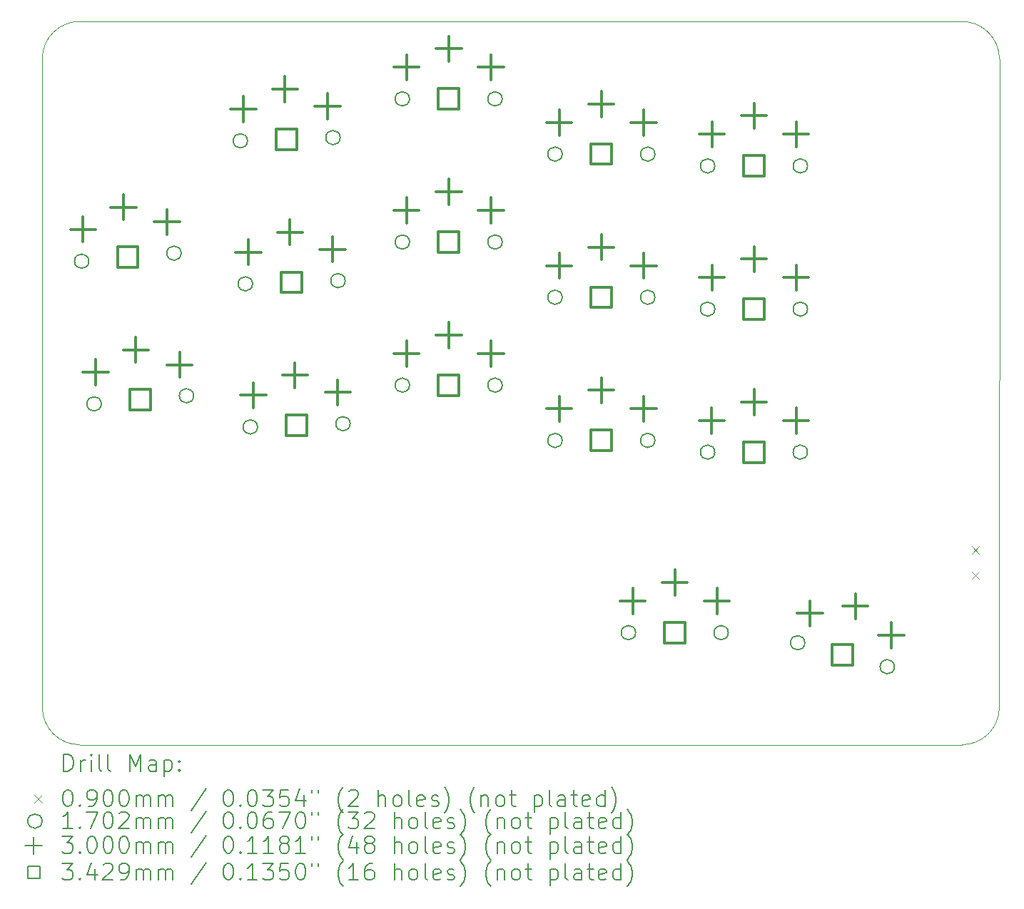
<source format=gbr>
%FSLAX45Y45*%
G04 Gerber Fmt 4.5, Leading zero omitted, Abs format (unit mm)*
G04 Created by KiCad (PCBNEW (6.0.4)) date 2022-06-21 15:17:07*
%MOMM*%
%LPD*%
G01*
G04 APERTURE LIST*
%TA.AperFunction,Profile*%
%ADD10C,0.050000*%
%TD*%
%ADD11C,0.200000*%
%ADD12C,0.090000*%
%ADD13C,0.170180*%
%ADD14C,0.300000*%
%ADD15C,0.342900*%
G04 APERTURE END LIST*
D10*
X16182990Y4098911D02*
X16183350Y11799746D01*
X5271986Y12244533D02*
G75*
G03*
X4827486Y11800032I0J-444500D01*
G01*
X4827486Y11800032D02*
X4827850Y4098746D01*
X15738850Y12244246D02*
X5271986Y12244532D01*
X5272350Y3654246D02*
X15738490Y3654411D01*
X15738490Y3654420D02*
G75*
G03*
X16182990Y4098911I10J444490D01*
G01*
X16183346Y11799746D02*
G75*
G03*
X15738850Y12244246I-444496J4D01*
G01*
X4827846Y4098746D02*
G75*
G03*
X5272350Y3654246I444504J4D01*
G01*
D11*
D12*
X15855400Y6011600D02*
X15945400Y5921600D01*
X15945400Y6011600D02*
X15855400Y5921600D01*
X15855400Y5711600D02*
X15945400Y5621600D01*
X15945400Y5711600D02*
X15855400Y5621600D01*
D13*
X5379176Y9396400D02*
G75*
G03*
X5379176Y9396400I-85090J0D01*
G01*
X5527341Y7702869D02*
G75*
G03*
X5527341Y7702869I-85090J0D01*
G01*
X6474990Y9492271D02*
G75*
G03*
X6474990Y9492271I-85090J0D01*
G01*
X6623155Y7798740D02*
G75*
G03*
X6623155Y7798740I-85090J0D01*
G01*
X7262417Y10826650D02*
G75*
G03*
X7262417Y10826650I-85090J0D01*
G01*
X7321747Y9127686D02*
G75*
G03*
X7321747Y9127686I-85090J0D01*
G01*
X7381076Y7428721D02*
G75*
G03*
X7381076Y7428721I-85090J0D01*
G01*
X8361747Y10865039D02*
G75*
G03*
X8361747Y10865039I-85090J0D01*
G01*
X8421077Y9166075D02*
G75*
G03*
X8421077Y9166075I-85090J0D01*
G01*
X8480406Y7467111D02*
G75*
G03*
X8480406Y7467111I-85090J0D01*
G01*
X9184672Y9624699D02*
G75*
G03*
X9184672Y9624699I-85090J0D01*
G01*
X9184672Y7924699D02*
G75*
G03*
X9184672Y7924699I-85090J0D01*
G01*
X9184672Y11324699D02*
G75*
G03*
X9184672Y11324699I-85090J0D01*
G01*
X10284672Y9624699D02*
G75*
G03*
X10284672Y9624699I-85090J0D01*
G01*
X10284672Y7924699D02*
G75*
G03*
X10284672Y7924699I-85090J0D01*
G01*
X10284672Y11324699D02*
G75*
G03*
X10284672Y11324699I-85090J0D01*
G01*
X10996199Y10668602D02*
G75*
G03*
X10996199Y10668602I-85090J0D01*
G01*
X10996199Y8968602D02*
G75*
G03*
X10996199Y8968602I-85090J0D01*
G01*
X10996199Y7268602D02*
G75*
G03*
X10996199Y7268602I-85090J0D01*
G01*
X11867107Y4985455D02*
G75*
G03*
X11867107Y4985455I-85090J0D01*
G01*
X12096199Y10668602D02*
G75*
G03*
X12096199Y10668602I-85090J0D01*
G01*
X12096199Y8968602D02*
G75*
G03*
X12096199Y8968602I-85090J0D01*
G01*
X12096199Y7268602D02*
G75*
G03*
X12096199Y7268602I-85090J0D01*
G01*
X12805987Y7129268D02*
G75*
G03*
X12805987Y7129268I-85090J0D01*
G01*
X12806918Y10527885D02*
G75*
G03*
X12806918Y10527885I-85090J0D01*
G01*
X12806918Y8827885D02*
G75*
G03*
X12806918Y8827885I-85090J0D01*
G01*
X12967107Y4985455D02*
G75*
G03*
X12967107Y4985455I-85090J0D01*
G01*
X13875178Y4865906D02*
G75*
G03*
X13875178Y4865906I-85090J0D01*
G01*
X13905987Y7129268D02*
G75*
G03*
X13905987Y7129268I-85090J0D01*
G01*
X13906918Y10527885D02*
G75*
G03*
X13906918Y10527885I-85090J0D01*
G01*
X13906918Y8827885D02*
G75*
G03*
X13906918Y8827885I-85090J0D01*
G01*
X14937696Y4581205D02*
G75*
G03*
X14937696Y4581205I-85090J0D01*
G01*
D14*
X5311213Y9924331D02*
X5311213Y9624331D01*
X5161213Y9774331D02*
X5461213Y9774331D01*
X5459377Y8230799D02*
X5459377Y7930799D01*
X5309377Y8080799D02*
X5609377Y8080799D01*
X5790135Y10187071D02*
X5790135Y9887071D01*
X5640135Y10037071D02*
X5940135Y10037071D01*
X5938300Y8493540D02*
X5938300Y8193540D01*
X5788300Y8343540D02*
X6088300Y8343540D01*
X6307407Y10011486D02*
X6307407Y9711486D01*
X6157407Y9861486D02*
X6457407Y9861486D01*
X6455572Y8317955D02*
X6455572Y8017955D01*
X6305572Y8167955D02*
X6605572Y8167955D01*
X7214210Y11353166D02*
X7214210Y11053166D01*
X7064210Y11203166D02*
X7364210Y11203166D01*
X7273539Y9654202D02*
X7273539Y9354202D01*
X7123539Y9504202D02*
X7423539Y9504202D01*
X7332868Y7955238D02*
X7332868Y7655238D01*
X7182868Y7805238D02*
X7482868Y7805238D01*
X7706227Y11590482D02*
X7706227Y11290482D01*
X7556227Y11440482D02*
X7856227Y11440482D01*
X7765556Y9891518D02*
X7765556Y9591518D01*
X7615556Y9741518D02*
X7915556Y9741518D01*
X7824886Y8192553D02*
X7824886Y7892553D01*
X7674886Y8042553D02*
X7974886Y8042553D01*
X8213601Y11388066D02*
X8213601Y11088066D01*
X8063601Y11238066D02*
X8363601Y11238066D01*
X8272930Y9689102D02*
X8272930Y9389102D01*
X8122930Y9539102D02*
X8422930Y9539102D01*
X8332259Y7990137D02*
X8332259Y7690137D01*
X8182259Y7840137D02*
X8482259Y7840137D01*
X9149582Y10149699D02*
X9149582Y9849699D01*
X8999582Y9999699D02*
X9299582Y9999699D01*
X9149582Y8449699D02*
X9149582Y8149699D01*
X8999582Y8299699D02*
X9299582Y8299699D01*
X9149582Y11849699D02*
X9149582Y11549699D01*
X8999582Y11699699D02*
X9299582Y11699699D01*
X9649582Y10369699D02*
X9649582Y10069699D01*
X9499582Y10219699D02*
X9799582Y10219699D01*
X9649582Y8669699D02*
X9649582Y8369699D01*
X9499582Y8519699D02*
X9799582Y8519699D01*
X9649582Y12069699D02*
X9649582Y11769699D01*
X9499582Y11919699D02*
X9799582Y11919699D01*
X10149582Y10149699D02*
X10149582Y9849699D01*
X9999582Y9999699D02*
X10299582Y9999699D01*
X10149582Y8449699D02*
X10149582Y8149699D01*
X9999582Y8299699D02*
X10299582Y8299699D01*
X10149582Y11849699D02*
X10149582Y11549699D01*
X9999582Y11699699D02*
X10299582Y11699699D01*
X10961109Y11193602D02*
X10961109Y10893602D01*
X10811109Y11043602D02*
X11111109Y11043602D01*
X10961109Y9493602D02*
X10961109Y9193602D01*
X10811109Y9343602D02*
X11111109Y9343602D01*
X10961109Y7793602D02*
X10961109Y7493602D01*
X10811109Y7643602D02*
X11111109Y7643602D01*
X11461109Y11413602D02*
X11461109Y11113602D01*
X11311109Y11263602D02*
X11611109Y11263602D01*
X11461109Y9713602D02*
X11461109Y9413602D01*
X11311109Y9563602D02*
X11611109Y9563602D01*
X11461109Y8013602D02*
X11461109Y7713602D01*
X11311109Y7863602D02*
X11611109Y7863602D01*
X11832017Y5510455D02*
X11832017Y5210455D01*
X11682017Y5360455D02*
X11982017Y5360455D01*
X11961109Y11193602D02*
X11961109Y10893602D01*
X11811109Y11043602D02*
X12111109Y11043602D01*
X11961109Y9493602D02*
X11961109Y9193602D01*
X11811109Y9343602D02*
X12111109Y9343602D01*
X11961109Y7793602D02*
X11961109Y7493602D01*
X11811109Y7643602D02*
X12111109Y7643602D01*
X12332017Y5730455D02*
X12332017Y5430455D01*
X12182017Y5580455D02*
X12482017Y5580455D01*
X12770897Y7654268D02*
X12770897Y7354268D01*
X12620897Y7504268D02*
X12920897Y7504268D01*
X12771828Y11052885D02*
X12771828Y10752885D01*
X12621828Y10902885D02*
X12921828Y10902885D01*
X12771828Y9352885D02*
X12771828Y9052885D01*
X12621828Y9202885D02*
X12921828Y9202885D01*
X12832017Y5510455D02*
X12832017Y5210455D01*
X12682017Y5360455D02*
X12982017Y5360455D01*
X13270897Y7874268D02*
X13270897Y7574268D01*
X13120897Y7724268D02*
X13420897Y7724268D01*
X13271828Y11272885D02*
X13271828Y10972885D01*
X13121828Y11122885D02*
X13421828Y11122885D01*
X13271828Y9572885D02*
X13271828Y9272885D01*
X13121828Y9422885D02*
X13421828Y9422885D01*
X13770897Y7654268D02*
X13770897Y7354268D01*
X13620897Y7504268D02*
X13920897Y7504268D01*
X13771828Y11052885D02*
X13771828Y10752885D01*
X13621828Y10902885D02*
X13921828Y10902885D01*
X13771828Y9352885D02*
X13771828Y9052885D01*
X13621828Y9202885D02*
X13921828Y9202885D01*
X13935441Y5365187D02*
X13935441Y5065187D01*
X13785441Y5215187D02*
X14085441Y5215187D01*
X14475344Y5448281D02*
X14475344Y5148281D01*
X14325344Y5298281D02*
X14625344Y5298281D01*
X14901367Y5106368D02*
X14901367Y4806368D01*
X14751367Y4956368D02*
X15051367Y4956368D01*
D15*
X5963228Y9323101D02*
X5963228Y9565570D01*
X5720759Y9565570D01*
X5720759Y9323101D01*
X5963228Y9323101D01*
X6111392Y7629570D02*
X6111392Y7872039D01*
X5868923Y7872039D01*
X5868923Y7629570D01*
X6111392Y7629570D01*
X7848227Y10724610D02*
X7848227Y10967079D01*
X7605758Y10967079D01*
X7605758Y10724610D01*
X7848227Y10724610D01*
X7907556Y9025646D02*
X7907556Y9268115D01*
X7665087Y9268115D01*
X7665087Y9025646D01*
X7907556Y9025646D01*
X7966885Y7326681D02*
X7966885Y7569150D01*
X7724416Y7569150D01*
X7724416Y7326681D01*
X7966885Y7326681D01*
X9770816Y9503464D02*
X9770816Y9745934D01*
X9528347Y9745934D01*
X9528347Y9503464D01*
X9770816Y9503464D01*
X9770816Y7803464D02*
X9770816Y8045933D01*
X9528347Y8045933D01*
X9528347Y7803464D01*
X9770816Y7803464D01*
X9770816Y11203464D02*
X9770816Y11445933D01*
X9528347Y11445933D01*
X9528347Y11203464D01*
X9770816Y11203464D01*
X11582343Y10547367D02*
X11582343Y10789836D01*
X11339874Y10789836D01*
X11339874Y10547367D01*
X11582343Y10547367D01*
X11582343Y8847367D02*
X11582343Y9089836D01*
X11339874Y9089836D01*
X11339874Y8847367D01*
X11582343Y8847367D01*
X11582343Y7147367D02*
X11582343Y7389836D01*
X11339874Y7389836D01*
X11339874Y7147367D01*
X11582343Y7147367D01*
X12453252Y4864221D02*
X12453252Y5106690D01*
X12210783Y5106690D01*
X12210783Y4864221D01*
X12453252Y4864221D01*
X13392131Y7008034D02*
X13392131Y7250503D01*
X13149662Y7250503D01*
X13149662Y7008034D01*
X13392131Y7008034D01*
X13393063Y10406651D02*
X13393063Y10649120D01*
X13150593Y10649120D01*
X13150593Y10406651D01*
X13393063Y10406651D01*
X13393063Y8706651D02*
X13393063Y8949120D01*
X13150593Y8949120D01*
X13150593Y8706651D01*
X13393063Y8706651D01*
X14442581Y4602321D02*
X14442581Y4844790D01*
X14200112Y4844790D01*
X14200112Y4602321D01*
X14442581Y4602321D01*
D11*
X5082605Y3341270D02*
X5082605Y3541270D01*
X5130224Y3541270D01*
X5158796Y3531746D01*
X5177843Y3512698D01*
X5187367Y3493651D01*
X5196891Y3455555D01*
X5196891Y3426984D01*
X5187367Y3388889D01*
X5177843Y3369841D01*
X5158796Y3350794D01*
X5130224Y3341270D01*
X5082605Y3341270D01*
X5282605Y3341270D02*
X5282605Y3474603D01*
X5282605Y3436508D02*
X5292129Y3455555D01*
X5301653Y3465079D01*
X5320700Y3474603D01*
X5339748Y3474603D01*
X5406415Y3341270D02*
X5406415Y3474603D01*
X5406415Y3541270D02*
X5396891Y3531746D01*
X5406415Y3522222D01*
X5415939Y3531746D01*
X5406415Y3541270D01*
X5406415Y3522222D01*
X5530224Y3341270D02*
X5511177Y3350794D01*
X5501653Y3369841D01*
X5501653Y3541270D01*
X5634986Y3341270D02*
X5615938Y3350794D01*
X5606415Y3369841D01*
X5606415Y3541270D01*
X5863558Y3341270D02*
X5863558Y3541270D01*
X5930224Y3398413D01*
X5996891Y3541270D01*
X5996891Y3341270D01*
X6177843Y3341270D02*
X6177843Y3446032D01*
X6168319Y3465079D01*
X6149272Y3474603D01*
X6111177Y3474603D01*
X6092129Y3465079D01*
X6177843Y3350794D02*
X6158796Y3341270D01*
X6111177Y3341270D01*
X6092129Y3350794D01*
X6082605Y3369841D01*
X6082605Y3388889D01*
X6092129Y3407936D01*
X6111177Y3417460D01*
X6158796Y3417460D01*
X6177843Y3426984D01*
X6273081Y3474603D02*
X6273081Y3274603D01*
X6273081Y3465079D02*
X6292129Y3474603D01*
X6330224Y3474603D01*
X6349272Y3465079D01*
X6358796Y3455555D01*
X6368319Y3436508D01*
X6368319Y3379365D01*
X6358796Y3360317D01*
X6349272Y3350794D01*
X6330224Y3341270D01*
X6292129Y3341270D01*
X6273081Y3350794D01*
X6454034Y3360317D02*
X6463558Y3350794D01*
X6454034Y3341270D01*
X6444510Y3350794D01*
X6454034Y3360317D01*
X6454034Y3341270D01*
X6454034Y3465079D02*
X6463558Y3455555D01*
X6454034Y3446032D01*
X6444510Y3455555D01*
X6454034Y3465079D01*
X6454034Y3446032D01*
D12*
X4734986Y3056746D02*
X4824986Y2966746D01*
X4824986Y3056746D02*
X4734986Y2966746D01*
D11*
X5120700Y3121270D02*
X5139748Y3121270D01*
X5158796Y3111746D01*
X5168320Y3102222D01*
X5177843Y3083174D01*
X5187367Y3045079D01*
X5187367Y2997460D01*
X5177843Y2959365D01*
X5168320Y2940317D01*
X5158796Y2930794D01*
X5139748Y2921270D01*
X5120700Y2921270D01*
X5101653Y2930794D01*
X5092129Y2940317D01*
X5082605Y2959365D01*
X5073081Y2997460D01*
X5073081Y3045079D01*
X5082605Y3083174D01*
X5092129Y3102222D01*
X5101653Y3111746D01*
X5120700Y3121270D01*
X5273081Y2940317D02*
X5282605Y2930794D01*
X5273081Y2921270D01*
X5263558Y2930794D01*
X5273081Y2940317D01*
X5273081Y2921270D01*
X5377843Y2921270D02*
X5415939Y2921270D01*
X5434986Y2930794D01*
X5444510Y2940317D01*
X5463558Y2968889D01*
X5473081Y3006984D01*
X5473081Y3083174D01*
X5463558Y3102222D01*
X5454034Y3111746D01*
X5434986Y3121270D01*
X5396891Y3121270D01*
X5377843Y3111746D01*
X5368320Y3102222D01*
X5358796Y3083174D01*
X5358796Y3035555D01*
X5368320Y3016508D01*
X5377843Y3006984D01*
X5396891Y2997460D01*
X5434986Y2997460D01*
X5454034Y3006984D01*
X5463558Y3016508D01*
X5473081Y3035555D01*
X5596891Y3121270D02*
X5615938Y3121270D01*
X5634986Y3111746D01*
X5644510Y3102222D01*
X5654034Y3083174D01*
X5663558Y3045079D01*
X5663558Y2997460D01*
X5654034Y2959365D01*
X5644510Y2940317D01*
X5634986Y2930794D01*
X5615938Y2921270D01*
X5596891Y2921270D01*
X5577843Y2930794D01*
X5568320Y2940317D01*
X5558796Y2959365D01*
X5549272Y2997460D01*
X5549272Y3045079D01*
X5558796Y3083174D01*
X5568320Y3102222D01*
X5577843Y3111746D01*
X5596891Y3121270D01*
X5787367Y3121270D02*
X5806415Y3121270D01*
X5825462Y3111746D01*
X5834986Y3102222D01*
X5844510Y3083174D01*
X5854034Y3045079D01*
X5854034Y2997460D01*
X5844510Y2959365D01*
X5834986Y2940317D01*
X5825462Y2930794D01*
X5806415Y2921270D01*
X5787367Y2921270D01*
X5768319Y2930794D01*
X5758796Y2940317D01*
X5749272Y2959365D01*
X5739748Y2997460D01*
X5739748Y3045079D01*
X5749272Y3083174D01*
X5758796Y3102222D01*
X5768319Y3111746D01*
X5787367Y3121270D01*
X5939748Y2921270D02*
X5939748Y3054603D01*
X5939748Y3035555D02*
X5949272Y3045079D01*
X5968319Y3054603D01*
X5996891Y3054603D01*
X6015938Y3045079D01*
X6025462Y3026032D01*
X6025462Y2921270D01*
X6025462Y3026032D02*
X6034986Y3045079D01*
X6054034Y3054603D01*
X6082605Y3054603D01*
X6101653Y3045079D01*
X6111177Y3026032D01*
X6111177Y2921270D01*
X6206415Y2921270D02*
X6206415Y3054603D01*
X6206415Y3035555D02*
X6215938Y3045079D01*
X6234986Y3054603D01*
X6263558Y3054603D01*
X6282605Y3045079D01*
X6292129Y3026032D01*
X6292129Y2921270D01*
X6292129Y3026032D02*
X6301653Y3045079D01*
X6320700Y3054603D01*
X6349272Y3054603D01*
X6368319Y3045079D01*
X6377843Y3026032D01*
X6377843Y2921270D01*
X6768319Y3130794D02*
X6596891Y2873651D01*
X7025462Y3121270D02*
X7044510Y3121270D01*
X7063558Y3111746D01*
X7073081Y3102222D01*
X7082605Y3083174D01*
X7092129Y3045079D01*
X7092129Y2997460D01*
X7082605Y2959365D01*
X7073081Y2940317D01*
X7063558Y2930794D01*
X7044510Y2921270D01*
X7025462Y2921270D01*
X7006415Y2930794D01*
X6996891Y2940317D01*
X6987367Y2959365D01*
X6977843Y2997460D01*
X6977843Y3045079D01*
X6987367Y3083174D01*
X6996891Y3102222D01*
X7006415Y3111746D01*
X7025462Y3121270D01*
X7177843Y2940317D02*
X7187367Y2930794D01*
X7177843Y2921270D01*
X7168319Y2930794D01*
X7177843Y2940317D01*
X7177843Y2921270D01*
X7311177Y3121270D02*
X7330224Y3121270D01*
X7349272Y3111746D01*
X7358796Y3102222D01*
X7368319Y3083174D01*
X7377843Y3045079D01*
X7377843Y2997460D01*
X7368319Y2959365D01*
X7358796Y2940317D01*
X7349272Y2930794D01*
X7330224Y2921270D01*
X7311177Y2921270D01*
X7292129Y2930794D01*
X7282605Y2940317D01*
X7273081Y2959365D01*
X7263558Y2997460D01*
X7263558Y3045079D01*
X7273081Y3083174D01*
X7282605Y3102222D01*
X7292129Y3111746D01*
X7311177Y3121270D01*
X7444510Y3121270D02*
X7568319Y3121270D01*
X7501653Y3045079D01*
X7530224Y3045079D01*
X7549272Y3035555D01*
X7558796Y3026032D01*
X7568319Y3006984D01*
X7568319Y2959365D01*
X7558796Y2940317D01*
X7549272Y2930794D01*
X7530224Y2921270D01*
X7473081Y2921270D01*
X7454034Y2930794D01*
X7444510Y2940317D01*
X7749272Y3121270D02*
X7654034Y3121270D01*
X7644510Y3026032D01*
X7654034Y3035555D01*
X7673081Y3045079D01*
X7720700Y3045079D01*
X7739748Y3035555D01*
X7749272Y3026032D01*
X7758796Y3006984D01*
X7758796Y2959365D01*
X7749272Y2940317D01*
X7739748Y2930794D01*
X7720700Y2921270D01*
X7673081Y2921270D01*
X7654034Y2930794D01*
X7644510Y2940317D01*
X7930224Y3054603D02*
X7930224Y2921270D01*
X7882605Y3130794D02*
X7834986Y2987936D01*
X7958796Y2987936D01*
X8025462Y3121270D02*
X8025462Y3083174D01*
X8101653Y3121270D02*
X8101653Y3083174D01*
X8396891Y2845079D02*
X8387367Y2854603D01*
X8368319Y2883174D01*
X8358796Y2902222D01*
X8349272Y2930794D01*
X8339748Y2978413D01*
X8339748Y3016508D01*
X8349272Y3064127D01*
X8358796Y3092698D01*
X8368319Y3111746D01*
X8387367Y3140317D01*
X8396891Y3149841D01*
X8463558Y3102222D02*
X8473081Y3111746D01*
X8492129Y3121270D01*
X8539748Y3121270D01*
X8558796Y3111746D01*
X8568320Y3102222D01*
X8577843Y3083174D01*
X8577843Y3064127D01*
X8568320Y3035555D01*
X8454034Y2921270D01*
X8577843Y2921270D01*
X8815939Y2921270D02*
X8815939Y3121270D01*
X8901653Y2921270D02*
X8901653Y3026032D01*
X8892129Y3045079D01*
X8873081Y3054603D01*
X8844510Y3054603D01*
X8825462Y3045079D01*
X8815939Y3035555D01*
X9025462Y2921270D02*
X9006415Y2930794D01*
X8996891Y2940317D01*
X8987367Y2959365D01*
X8987367Y3016508D01*
X8996891Y3035555D01*
X9006415Y3045079D01*
X9025462Y3054603D01*
X9054034Y3054603D01*
X9073081Y3045079D01*
X9082605Y3035555D01*
X9092129Y3016508D01*
X9092129Y2959365D01*
X9082605Y2940317D01*
X9073081Y2930794D01*
X9054034Y2921270D01*
X9025462Y2921270D01*
X9206415Y2921270D02*
X9187367Y2930794D01*
X9177843Y2949841D01*
X9177843Y3121270D01*
X9358796Y2930794D02*
X9339748Y2921270D01*
X9301653Y2921270D01*
X9282605Y2930794D01*
X9273081Y2949841D01*
X9273081Y3026032D01*
X9282605Y3045079D01*
X9301653Y3054603D01*
X9339748Y3054603D01*
X9358796Y3045079D01*
X9368320Y3026032D01*
X9368320Y3006984D01*
X9273081Y2987936D01*
X9444510Y2930794D02*
X9463558Y2921270D01*
X9501653Y2921270D01*
X9520700Y2930794D01*
X9530224Y2949841D01*
X9530224Y2959365D01*
X9520700Y2978413D01*
X9501653Y2987936D01*
X9473081Y2987936D01*
X9454034Y2997460D01*
X9444510Y3016508D01*
X9444510Y3026032D01*
X9454034Y3045079D01*
X9473081Y3054603D01*
X9501653Y3054603D01*
X9520700Y3045079D01*
X9596891Y2845079D02*
X9606415Y2854603D01*
X9625462Y2883174D01*
X9634986Y2902222D01*
X9644510Y2930794D01*
X9654034Y2978413D01*
X9654034Y3016508D01*
X9644510Y3064127D01*
X9634986Y3092698D01*
X9625462Y3111746D01*
X9606415Y3140317D01*
X9596891Y3149841D01*
X9958796Y2845079D02*
X9949272Y2854603D01*
X9930224Y2883174D01*
X9920700Y2902222D01*
X9911177Y2930794D01*
X9901653Y2978413D01*
X9901653Y3016508D01*
X9911177Y3064127D01*
X9920700Y3092698D01*
X9930224Y3111746D01*
X9949272Y3140317D01*
X9958796Y3149841D01*
X10034986Y3054603D02*
X10034986Y2921270D01*
X10034986Y3035555D02*
X10044510Y3045079D01*
X10063558Y3054603D01*
X10092129Y3054603D01*
X10111177Y3045079D01*
X10120700Y3026032D01*
X10120700Y2921270D01*
X10244510Y2921270D02*
X10225462Y2930794D01*
X10215939Y2940317D01*
X10206415Y2959365D01*
X10206415Y3016508D01*
X10215939Y3035555D01*
X10225462Y3045079D01*
X10244510Y3054603D01*
X10273081Y3054603D01*
X10292129Y3045079D01*
X10301653Y3035555D01*
X10311177Y3016508D01*
X10311177Y2959365D01*
X10301653Y2940317D01*
X10292129Y2930794D01*
X10273081Y2921270D01*
X10244510Y2921270D01*
X10368320Y3054603D02*
X10444510Y3054603D01*
X10396891Y3121270D02*
X10396891Y2949841D01*
X10406415Y2930794D01*
X10425462Y2921270D01*
X10444510Y2921270D01*
X10663558Y3054603D02*
X10663558Y2854603D01*
X10663558Y3045079D02*
X10682605Y3054603D01*
X10720700Y3054603D01*
X10739748Y3045079D01*
X10749272Y3035555D01*
X10758796Y3016508D01*
X10758796Y2959365D01*
X10749272Y2940317D01*
X10739748Y2930794D01*
X10720700Y2921270D01*
X10682605Y2921270D01*
X10663558Y2930794D01*
X10873081Y2921270D02*
X10854034Y2930794D01*
X10844510Y2949841D01*
X10844510Y3121270D01*
X11034986Y2921270D02*
X11034986Y3026032D01*
X11025462Y3045079D01*
X11006415Y3054603D01*
X10968320Y3054603D01*
X10949272Y3045079D01*
X11034986Y2930794D02*
X11015939Y2921270D01*
X10968320Y2921270D01*
X10949272Y2930794D01*
X10939748Y2949841D01*
X10939748Y2968889D01*
X10949272Y2987936D01*
X10968320Y2997460D01*
X11015939Y2997460D01*
X11034986Y3006984D01*
X11101653Y3054603D02*
X11177843Y3054603D01*
X11130224Y3121270D02*
X11130224Y2949841D01*
X11139748Y2930794D01*
X11158796Y2921270D01*
X11177843Y2921270D01*
X11320700Y2930794D02*
X11301653Y2921270D01*
X11263558Y2921270D01*
X11244510Y2930794D01*
X11234986Y2949841D01*
X11234986Y3026032D01*
X11244510Y3045079D01*
X11263558Y3054603D01*
X11301653Y3054603D01*
X11320700Y3045079D01*
X11330224Y3026032D01*
X11330224Y3006984D01*
X11234986Y2987936D01*
X11501653Y2921270D02*
X11501653Y3121270D01*
X11501653Y2930794D02*
X11482605Y2921270D01*
X11444510Y2921270D01*
X11425462Y2930794D01*
X11415938Y2940317D01*
X11406415Y2959365D01*
X11406415Y3016508D01*
X11415938Y3035555D01*
X11425462Y3045079D01*
X11444510Y3054603D01*
X11482605Y3054603D01*
X11501653Y3045079D01*
X11577843Y2845079D02*
X11587367Y2854603D01*
X11606415Y2883174D01*
X11615938Y2902222D01*
X11625462Y2930794D01*
X11634986Y2978413D01*
X11634986Y3016508D01*
X11625462Y3064127D01*
X11615938Y3092698D01*
X11606415Y3111746D01*
X11587367Y3140317D01*
X11577843Y3149841D01*
D13*
X4824986Y2747746D02*
G75*
G03*
X4824986Y2747746I-85090J0D01*
G01*
D11*
X5187367Y2657270D02*
X5073081Y2657270D01*
X5130224Y2657270D02*
X5130224Y2857270D01*
X5111177Y2828698D01*
X5092129Y2809651D01*
X5073081Y2800127D01*
X5273081Y2676317D02*
X5282605Y2666794D01*
X5273081Y2657270D01*
X5263558Y2666794D01*
X5273081Y2676317D01*
X5273081Y2657270D01*
X5349272Y2857270D02*
X5482605Y2857270D01*
X5396891Y2657270D01*
X5596891Y2857270D02*
X5615938Y2857270D01*
X5634986Y2847746D01*
X5644510Y2838222D01*
X5654034Y2819174D01*
X5663558Y2781079D01*
X5663558Y2733460D01*
X5654034Y2695365D01*
X5644510Y2676317D01*
X5634986Y2666794D01*
X5615938Y2657270D01*
X5596891Y2657270D01*
X5577843Y2666794D01*
X5568320Y2676317D01*
X5558796Y2695365D01*
X5549272Y2733460D01*
X5549272Y2781079D01*
X5558796Y2819174D01*
X5568320Y2838222D01*
X5577843Y2847746D01*
X5596891Y2857270D01*
X5739748Y2838222D02*
X5749272Y2847746D01*
X5768319Y2857270D01*
X5815938Y2857270D01*
X5834986Y2847746D01*
X5844510Y2838222D01*
X5854034Y2819174D01*
X5854034Y2800127D01*
X5844510Y2771556D01*
X5730224Y2657270D01*
X5854034Y2657270D01*
X5939748Y2657270D02*
X5939748Y2790603D01*
X5939748Y2771556D02*
X5949272Y2781079D01*
X5968319Y2790603D01*
X5996891Y2790603D01*
X6015938Y2781079D01*
X6025462Y2762032D01*
X6025462Y2657270D01*
X6025462Y2762032D02*
X6034986Y2781079D01*
X6054034Y2790603D01*
X6082605Y2790603D01*
X6101653Y2781079D01*
X6111177Y2762032D01*
X6111177Y2657270D01*
X6206415Y2657270D02*
X6206415Y2790603D01*
X6206415Y2771556D02*
X6215938Y2781079D01*
X6234986Y2790603D01*
X6263558Y2790603D01*
X6282605Y2781079D01*
X6292129Y2762032D01*
X6292129Y2657270D01*
X6292129Y2762032D02*
X6301653Y2781079D01*
X6320700Y2790603D01*
X6349272Y2790603D01*
X6368319Y2781079D01*
X6377843Y2762032D01*
X6377843Y2657270D01*
X6768319Y2866794D02*
X6596891Y2609651D01*
X7025462Y2857270D02*
X7044510Y2857270D01*
X7063558Y2847746D01*
X7073081Y2838222D01*
X7082605Y2819174D01*
X7092129Y2781079D01*
X7092129Y2733460D01*
X7082605Y2695365D01*
X7073081Y2676317D01*
X7063558Y2666794D01*
X7044510Y2657270D01*
X7025462Y2657270D01*
X7006415Y2666794D01*
X6996891Y2676317D01*
X6987367Y2695365D01*
X6977843Y2733460D01*
X6977843Y2781079D01*
X6987367Y2819174D01*
X6996891Y2838222D01*
X7006415Y2847746D01*
X7025462Y2857270D01*
X7177843Y2676317D02*
X7187367Y2666794D01*
X7177843Y2657270D01*
X7168319Y2666794D01*
X7177843Y2676317D01*
X7177843Y2657270D01*
X7311177Y2857270D02*
X7330224Y2857270D01*
X7349272Y2847746D01*
X7358796Y2838222D01*
X7368319Y2819174D01*
X7377843Y2781079D01*
X7377843Y2733460D01*
X7368319Y2695365D01*
X7358796Y2676317D01*
X7349272Y2666794D01*
X7330224Y2657270D01*
X7311177Y2657270D01*
X7292129Y2666794D01*
X7282605Y2676317D01*
X7273081Y2695365D01*
X7263558Y2733460D01*
X7263558Y2781079D01*
X7273081Y2819174D01*
X7282605Y2838222D01*
X7292129Y2847746D01*
X7311177Y2857270D01*
X7549272Y2857270D02*
X7511177Y2857270D01*
X7492129Y2847746D01*
X7482605Y2838222D01*
X7463558Y2809651D01*
X7454034Y2771556D01*
X7454034Y2695365D01*
X7463558Y2676317D01*
X7473081Y2666794D01*
X7492129Y2657270D01*
X7530224Y2657270D01*
X7549272Y2666794D01*
X7558796Y2676317D01*
X7568319Y2695365D01*
X7568319Y2742984D01*
X7558796Y2762032D01*
X7549272Y2771556D01*
X7530224Y2781079D01*
X7492129Y2781079D01*
X7473081Y2771556D01*
X7463558Y2762032D01*
X7454034Y2742984D01*
X7634986Y2857270D02*
X7768319Y2857270D01*
X7682605Y2657270D01*
X7882605Y2857270D02*
X7901653Y2857270D01*
X7920700Y2847746D01*
X7930224Y2838222D01*
X7939748Y2819174D01*
X7949272Y2781079D01*
X7949272Y2733460D01*
X7939748Y2695365D01*
X7930224Y2676317D01*
X7920700Y2666794D01*
X7901653Y2657270D01*
X7882605Y2657270D01*
X7863558Y2666794D01*
X7854034Y2676317D01*
X7844510Y2695365D01*
X7834986Y2733460D01*
X7834986Y2781079D01*
X7844510Y2819174D01*
X7854034Y2838222D01*
X7863558Y2847746D01*
X7882605Y2857270D01*
X8025462Y2857270D02*
X8025462Y2819174D01*
X8101653Y2857270D02*
X8101653Y2819174D01*
X8396891Y2581079D02*
X8387367Y2590603D01*
X8368319Y2619175D01*
X8358796Y2638222D01*
X8349272Y2666794D01*
X8339748Y2714413D01*
X8339748Y2752508D01*
X8349272Y2800127D01*
X8358796Y2828698D01*
X8368319Y2847746D01*
X8387367Y2876317D01*
X8396891Y2885841D01*
X8454034Y2857270D02*
X8577843Y2857270D01*
X8511177Y2781079D01*
X8539748Y2781079D01*
X8558796Y2771556D01*
X8568320Y2762032D01*
X8577843Y2742984D01*
X8577843Y2695365D01*
X8568320Y2676317D01*
X8558796Y2666794D01*
X8539748Y2657270D01*
X8482605Y2657270D01*
X8463558Y2666794D01*
X8454034Y2676317D01*
X8654034Y2838222D02*
X8663558Y2847746D01*
X8682605Y2857270D01*
X8730224Y2857270D01*
X8749272Y2847746D01*
X8758796Y2838222D01*
X8768320Y2819174D01*
X8768320Y2800127D01*
X8758796Y2771556D01*
X8644510Y2657270D01*
X8768320Y2657270D01*
X9006415Y2657270D02*
X9006415Y2857270D01*
X9092129Y2657270D02*
X9092129Y2762032D01*
X9082605Y2781079D01*
X9063558Y2790603D01*
X9034986Y2790603D01*
X9015939Y2781079D01*
X9006415Y2771556D01*
X9215939Y2657270D02*
X9196891Y2666794D01*
X9187367Y2676317D01*
X9177843Y2695365D01*
X9177843Y2752508D01*
X9187367Y2771556D01*
X9196891Y2781079D01*
X9215939Y2790603D01*
X9244510Y2790603D01*
X9263558Y2781079D01*
X9273081Y2771556D01*
X9282605Y2752508D01*
X9282605Y2695365D01*
X9273081Y2676317D01*
X9263558Y2666794D01*
X9244510Y2657270D01*
X9215939Y2657270D01*
X9396891Y2657270D02*
X9377843Y2666794D01*
X9368320Y2685841D01*
X9368320Y2857270D01*
X9549272Y2666794D02*
X9530224Y2657270D01*
X9492129Y2657270D01*
X9473081Y2666794D01*
X9463558Y2685841D01*
X9463558Y2762032D01*
X9473081Y2781079D01*
X9492129Y2790603D01*
X9530224Y2790603D01*
X9549272Y2781079D01*
X9558796Y2762032D01*
X9558796Y2742984D01*
X9463558Y2723936D01*
X9634986Y2666794D02*
X9654034Y2657270D01*
X9692129Y2657270D01*
X9711177Y2666794D01*
X9720700Y2685841D01*
X9720700Y2695365D01*
X9711177Y2714413D01*
X9692129Y2723936D01*
X9663558Y2723936D01*
X9644510Y2733460D01*
X9634986Y2752508D01*
X9634986Y2762032D01*
X9644510Y2781079D01*
X9663558Y2790603D01*
X9692129Y2790603D01*
X9711177Y2781079D01*
X9787367Y2581079D02*
X9796891Y2590603D01*
X9815939Y2619175D01*
X9825462Y2638222D01*
X9834986Y2666794D01*
X9844510Y2714413D01*
X9844510Y2752508D01*
X9834986Y2800127D01*
X9825462Y2828698D01*
X9815939Y2847746D01*
X9796891Y2876317D01*
X9787367Y2885841D01*
X10149272Y2581079D02*
X10139748Y2590603D01*
X10120700Y2619175D01*
X10111177Y2638222D01*
X10101653Y2666794D01*
X10092129Y2714413D01*
X10092129Y2752508D01*
X10101653Y2800127D01*
X10111177Y2828698D01*
X10120700Y2847746D01*
X10139748Y2876317D01*
X10149272Y2885841D01*
X10225462Y2790603D02*
X10225462Y2657270D01*
X10225462Y2771556D02*
X10234986Y2781079D01*
X10254034Y2790603D01*
X10282605Y2790603D01*
X10301653Y2781079D01*
X10311177Y2762032D01*
X10311177Y2657270D01*
X10434986Y2657270D02*
X10415939Y2666794D01*
X10406415Y2676317D01*
X10396891Y2695365D01*
X10396891Y2752508D01*
X10406415Y2771556D01*
X10415939Y2781079D01*
X10434986Y2790603D01*
X10463558Y2790603D01*
X10482605Y2781079D01*
X10492129Y2771556D01*
X10501653Y2752508D01*
X10501653Y2695365D01*
X10492129Y2676317D01*
X10482605Y2666794D01*
X10463558Y2657270D01*
X10434986Y2657270D01*
X10558796Y2790603D02*
X10634986Y2790603D01*
X10587367Y2857270D02*
X10587367Y2685841D01*
X10596891Y2666794D01*
X10615939Y2657270D01*
X10634986Y2657270D01*
X10854034Y2790603D02*
X10854034Y2590603D01*
X10854034Y2781079D02*
X10873081Y2790603D01*
X10911177Y2790603D01*
X10930224Y2781079D01*
X10939748Y2771556D01*
X10949272Y2752508D01*
X10949272Y2695365D01*
X10939748Y2676317D01*
X10930224Y2666794D01*
X10911177Y2657270D01*
X10873081Y2657270D01*
X10854034Y2666794D01*
X11063558Y2657270D02*
X11044510Y2666794D01*
X11034986Y2685841D01*
X11034986Y2857270D01*
X11225462Y2657270D02*
X11225462Y2762032D01*
X11215938Y2781079D01*
X11196891Y2790603D01*
X11158796Y2790603D01*
X11139748Y2781079D01*
X11225462Y2666794D02*
X11206415Y2657270D01*
X11158796Y2657270D01*
X11139748Y2666794D01*
X11130224Y2685841D01*
X11130224Y2704889D01*
X11139748Y2723936D01*
X11158796Y2733460D01*
X11206415Y2733460D01*
X11225462Y2742984D01*
X11292129Y2790603D02*
X11368319Y2790603D01*
X11320700Y2857270D02*
X11320700Y2685841D01*
X11330224Y2666794D01*
X11349272Y2657270D01*
X11368319Y2657270D01*
X11511177Y2666794D02*
X11492129Y2657270D01*
X11454034Y2657270D01*
X11434986Y2666794D01*
X11425462Y2685841D01*
X11425462Y2762032D01*
X11434986Y2781079D01*
X11454034Y2790603D01*
X11492129Y2790603D01*
X11511177Y2781079D01*
X11520700Y2762032D01*
X11520700Y2742984D01*
X11425462Y2723936D01*
X11692129Y2657270D02*
X11692129Y2857270D01*
X11692129Y2666794D02*
X11673081Y2657270D01*
X11634986Y2657270D01*
X11615938Y2666794D01*
X11606415Y2676317D01*
X11596891Y2695365D01*
X11596891Y2752508D01*
X11606415Y2771556D01*
X11615938Y2781079D01*
X11634986Y2790603D01*
X11673081Y2790603D01*
X11692129Y2781079D01*
X11768319Y2581079D02*
X11777843Y2590603D01*
X11796891Y2619175D01*
X11806415Y2638222D01*
X11815938Y2666794D01*
X11825462Y2714413D01*
X11825462Y2752508D01*
X11815938Y2800127D01*
X11806415Y2828698D01*
X11796891Y2847746D01*
X11777843Y2876317D01*
X11768319Y2885841D01*
X4724986Y2557566D02*
X4724986Y2357566D01*
X4624986Y2457566D02*
X4824986Y2457566D01*
X5063558Y2567090D02*
X5187367Y2567090D01*
X5120700Y2490899D01*
X5149272Y2490899D01*
X5168320Y2481376D01*
X5177843Y2471852D01*
X5187367Y2452804D01*
X5187367Y2405185D01*
X5177843Y2386137D01*
X5168320Y2376614D01*
X5149272Y2367090D01*
X5092129Y2367090D01*
X5073081Y2376614D01*
X5063558Y2386137D01*
X5273081Y2386137D02*
X5282605Y2376614D01*
X5273081Y2367090D01*
X5263558Y2376614D01*
X5273081Y2386137D01*
X5273081Y2367090D01*
X5406415Y2567090D02*
X5425462Y2567090D01*
X5444510Y2557566D01*
X5454034Y2548042D01*
X5463558Y2528995D01*
X5473081Y2490899D01*
X5473081Y2443280D01*
X5463558Y2405185D01*
X5454034Y2386137D01*
X5444510Y2376614D01*
X5425462Y2367090D01*
X5406415Y2367090D01*
X5387367Y2376614D01*
X5377843Y2386137D01*
X5368320Y2405185D01*
X5358796Y2443280D01*
X5358796Y2490899D01*
X5368320Y2528995D01*
X5377843Y2548042D01*
X5387367Y2557566D01*
X5406415Y2567090D01*
X5596891Y2567090D02*
X5615938Y2567090D01*
X5634986Y2557566D01*
X5644510Y2548042D01*
X5654034Y2528995D01*
X5663558Y2490899D01*
X5663558Y2443280D01*
X5654034Y2405185D01*
X5644510Y2386137D01*
X5634986Y2376614D01*
X5615938Y2367090D01*
X5596891Y2367090D01*
X5577843Y2376614D01*
X5568320Y2386137D01*
X5558796Y2405185D01*
X5549272Y2443280D01*
X5549272Y2490899D01*
X5558796Y2528995D01*
X5568320Y2548042D01*
X5577843Y2557566D01*
X5596891Y2567090D01*
X5787367Y2567090D02*
X5806415Y2567090D01*
X5825462Y2557566D01*
X5834986Y2548042D01*
X5844510Y2528995D01*
X5854034Y2490899D01*
X5854034Y2443280D01*
X5844510Y2405185D01*
X5834986Y2386137D01*
X5825462Y2376614D01*
X5806415Y2367090D01*
X5787367Y2367090D01*
X5768319Y2376614D01*
X5758796Y2386137D01*
X5749272Y2405185D01*
X5739748Y2443280D01*
X5739748Y2490899D01*
X5749272Y2528995D01*
X5758796Y2548042D01*
X5768319Y2557566D01*
X5787367Y2567090D01*
X5939748Y2367090D02*
X5939748Y2500423D01*
X5939748Y2481376D02*
X5949272Y2490899D01*
X5968319Y2500423D01*
X5996891Y2500423D01*
X6015938Y2490899D01*
X6025462Y2471852D01*
X6025462Y2367090D01*
X6025462Y2471852D02*
X6034986Y2490899D01*
X6054034Y2500423D01*
X6082605Y2500423D01*
X6101653Y2490899D01*
X6111177Y2471852D01*
X6111177Y2367090D01*
X6206415Y2367090D02*
X6206415Y2500423D01*
X6206415Y2481376D02*
X6215938Y2490899D01*
X6234986Y2500423D01*
X6263558Y2500423D01*
X6282605Y2490899D01*
X6292129Y2471852D01*
X6292129Y2367090D01*
X6292129Y2471852D02*
X6301653Y2490899D01*
X6320700Y2500423D01*
X6349272Y2500423D01*
X6368319Y2490899D01*
X6377843Y2471852D01*
X6377843Y2367090D01*
X6768319Y2576614D02*
X6596891Y2319471D01*
X7025462Y2567090D02*
X7044510Y2567090D01*
X7063558Y2557566D01*
X7073081Y2548042D01*
X7082605Y2528995D01*
X7092129Y2490899D01*
X7092129Y2443280D01*
X7082605Y2405185D01*
X7073081Y2386137D01*
X7063558Y2376614D01*
X7044510Y2367090D01*
X7025462Y2367090D01*
X7006415Y2376614D01*
X6996891Y2386137D01*
X6987367Y2405185D01*
X6977843Y2443280D01*
X6977843Y2490899D01*
X6987367Y2528995D01*
X6996891Y2548042D01*
X7006415Y2557566D01*
X7025462Y2567090D01*
X7177843Y2386137D02*
X7187367Y2376614D01*
X7177843Y2367090D01*
X7168319Y2376614D01*
X7177843Y2386137D01*
X7177843Y2367090D01*
X7377843Y2367090D02*
X7263558Y2367090D01*
X7320700Y2367090D02*
X7320700Y2567090D01*
X7301653Y2538518D01*
X7282605Y2519471D01*
X7263558Y2509947D01*
X7568319Y2367090D02*
X7454034Y2367090D01*
X7511177Y2367090D02*
X7511177Y2567090D01*
X7492129Y2538518D01*
X7473081Y2519471D01*
X7454034Y2509947D01*
X7682605Y2481376D02*
X7663558Y2490899D01*
X7654034Y2500423D01*
X7644510Y2519471D01*
X7644510Y2528995D01*
X7654034Y2548042D01*
X7663558Y2557566D01*
X7682605Y2567090D01*
X7720700Y2567090D01*
X7739748Y2557566D01*
X7749272Y2548042D01*
X7758796Y2528995D01*
X7758796Y2519471D01*
X7749272Y2500423D01*
X7739748Y2490899D01*
X7720700Y2481376D01*
X7682605Y2481376D01*
X7663558Y2471852D01*
X7654034Y2462328D01*
X7644510Y2443280D01*
X7644510Y2405185D01*
X7654034Y2386137D01*
X7663558Y2376614D01*
X7682605Y2367090D01*
X7720700Y2367090D01*
X7739748Y2376614D01*
X7749272Y2386137D01*
X7758796Y2405185D01*
X7758796Y2443280D01*
X7749272Y2462328D01*
X7739748Y2471852D01*
X7720700Y2481376D01*
X7949272Y2367090D02*
X7834986Y2367090D01*
X7892129Y2367090D02*
X7892129Y2567090D01*
X7873081Y2538518D01*
X7854034Y2519471D01*
X7834986Y2509947D01*
X8025462Y2567090D02*
X8025462Y2528995D01*
X8101653Y2567090D02*
X8101653Y2528995D01*
X8396891Y2290899D02*
X8387367Y2300423D01*
X8368319Y2328995D01*
X8358796Y2348042D01*
X8349272Y2376614D01*
X8339748Y2424233D01*
X8339748Y2462328D01*
X8349272Y2509947D01*
X8358796Y2538518D01*
X8368319Y2557566D01*
X8387367Y2586137D01*
X8396891Y2595661D01*
X8558796Y2500423D02*
X8558796Y2367090D01*
X8511177Y2576614D02*
X8463558Y2433756D01*
X8587367Y2433756D01*
X8692129Y2481376D02*
X8673081Y2490899D01*
X8663558Y2500423D01*
X8654034Y2519471D01*
X8654034Y2528995D01*
X8663558Y2548042D01*
X8673081Y2557566D01*
X8692129Y2567090D01*
X8730224Y2567090D01*
X8749272Y2557566D01*
X8758796Y2548042D01*
X8768320Y2528995D01*
X8768320Y2519471D01*
X8758796Y2500423D01*
X8749272Y2490899D01*
X8730224Y2481376D01*
X8692129Y2481376D01*
X8673081Y2471852D01*
X8663558Y2462328D01*
X8654034Y2443280D01*
X8654034Y2405185D01*
X8663558Y2386137D01*
X8673081Y2376614D01*
X8692129Y2367090D01*
X8730224Y2367090D01*
X8749272Y2376614D01*
X8758796Y2386137D01*
X8768320Y2405185D01*
X8768320Y2443280D01*
X8758796Y2462328D01*
X8749272Y2471852D01*
X8730224Y2481376D01*
X9006415Y2367090D02*
X9006415Y2567090D01*
X9092129Y2367090D02*
X9092129Y2471852D01*
X9082605Y2490899D01*
X9063558Y2500423D01*
X9034986Y2500423D01*
X9015939Y2490899D01*
X9006415Y2481376D01*
X9215939Y2367090D02*
X9196891Y2376614D01*
X9187367Y2386137D01*
X9177843Y2405185D01*
X9177843Y2462328D01*
X9187367Y2481376D01*
X9196891Y2490899D01*
X9215939Y2500423D01*
X9244510Y2500423D01*
X9263558Y2490899D01*
X9273081Y2481376D01*
X9282605Y2462328D01*
X9282605Y2405185D01*
X9273081Y2386137D01*
X9263558Y2376614D01*
X9244510Y2367090D01*
X9215939Y2367090D01*
X9396891Y2367090D02*
X9377843Y2376614D01*
X9368320Y2395661D01*
X9368320Y2567090D01*
X9549272Y2376614D02*
X9530224Y2367090D01*
X9492129Y2367090D01*
X9473081Y2376614D01*
X9463558Y2395661D01*
X9463558Y2471852D01*
X9473081Y2490899D01*
X9492129Y2500423D01*
X9530224Y2500423D01*
X9549272Y2490899D01*
X9558796Y2471852D01*
X9558796Y2452804D01*
X9463558Y2433756D01*
X9634986Y2376614D02*
X9654034Y2367090D01*
X9692129Y2367090D01*
X9711177Y2376614D01*
X9720700Y2395661D01*
X9720700Y2405185D01*
X9711177Y2424233D01*
X9692129Y2433756D01*
X9663558Y2433756D01*
X9644510Y2443280D01*
X9634986Y2462328D01*
X9634986Y2471852D01*
X9644510Y2490899D01*
X9663558Y2500423D01*
X9692129Y2500423D01*
X9711177Y2490899D01*
X9787367Y2290899D02*
X9796891Y2300423D01*
X9815939Y2328995D01*
X9825462Y2348042D01*
X9834986Y2376614D01*
X9844510Y2424233D01*
X9844510Y2462328D01*
X9834986Y2509947D01*
X9825462Y2538518D01*
X9815939Y2557566D01*
X9796891Y2586137D01*
X9787367Y2595661D01*
X10149272Y2290899D02*
X10139748Y2300423D01*
X10120700Y2328995D01*
X10111177Y2348042D01*
X10101653Y2376614D01*
X10092129Y2424233D01*
X10092129Y2462328D01*
X10101653Y2509947D01*
X10111177Y2538518D01*
X10120700Y2557566D01*
X10139748Y2586137D01*
X10149272Y2595661D01*
X10225462Y2500423D02*
X10225462Y2367090D01*
X10225462Y2481376D02*
X10234986Y2490899D01*
X10254034Y2500423D01*
X10282605Y2500423D01*
X10301653Y2490899D01*
X10311177Y2471852D01*
X10311177Y2367090D01*
X10434986Y2367090D02*
X10415939Y2376614D01*
X10406415Y2386137D01*
X10396891Y2405185D01*
X10396891Y2462328D01*
X10406415Y2481376D01*
X10415939Y2490899D01*
X10434986Y2500423D01*
X10463558Y2500423D01*
X10482605Y2490899D01*
X10492129Y2481376D01*
X10501653Y2462328D01*
X10501653Y2405185D01*
X10492129Y2386137D01*
X10482605Y2376614D01*
X10463558Y2367090D01*
X10434986Y2367090D01*
X10558796Y2500423D02*
X10634986Y2500423D01*
X10587367Y2567090D02*
X10587367Y2395661D01*
X10596891Y2376614D01*
X10615939Y2367090D01*
X10634986Y2367090D01*
X10854034Y2500423D02*
X10854034Y2300423D01*
X10854034Y2490899D02*
X10873081Y2500423D01*
X10911177Y2500423D01*
X10930224Y2490899D01*
X10939748Y2481376D01*
X10949272Y2462328D01*
X10949272Y2405185D01*
X10939748Y2386137D01*
X10930224Y2376614D01*
X10911177Y2367090D01*
X10873081Y2367090D01*
X10854034Y2376614D01*
X11063558Y2367090D02*
X11044510Y2376614D01*
X11034986Y2395661D01*
X11034986Y2567090D01*
X11225462Y2367090D02*
X11225462Y2471852D01*
X11215938Y2490899D01*
X11196891Y2500423D01*
X11158796Y2500423D01*
X11139748Y2490899D01*
X11225462Y2376614D02*
X11206415Y2367090D01*
X11158796Y2367090D01*
X11139748Y2376614D01*
X11130224Y2395661D01*
X11130224Y2414709D01*
X11139748Y2433756D01*
X11158796Y2443280D01*
X11206415Y2443280D01*
X11225462Y2452804D01*
X11292129Y2500423D02*
X11368319Y2500423D01*
X11320700Y2567090D02*
X11320700Y2395661D01*
X11330224Y2376614D01*
X11349272Y2367090D01*
X11368319Y2367090D01*
X11511177Y2376614D02*
X11492129Y2367090D01*
X11454034Y2367090D01*
X11434986Y2376614D01*
X11425462Y2395661D01*
X11425462Y2471852D01*
X11434986Y2490899D01*
X11454034Y2500423D01*
X11492129Y2500423D01*
X11511177Y2490899D01*
X11520700Y2471852D01*
X11520700Y2452804D01*
X11425462Y2433756D01*
X11692129Y2367090D02*
X11692129Y2567090D01*
X11692129Y2376614D02*
X11673081Y2367090D01*
X11634986Y2367090D01*
X11615938Y2376614D01*
X11606415Y2386137D01*
X11596891Y2405185D01*
X11596891Y2462328D01*
X11606415Y2481376D01*
X11615938Y2490899D01*
X11634986Y2500423D01*
X11673081Y2500423D01*
X11692129Y2490899D01*
X11768319Y2290899D02*
X11777843Y2300423D01*
X11796891Y2328995D01*
X11806415Y2348042D01*
X11815938Y2376614D01*
X11825462Y2424233D01*
X11825462Y2462328D01*
X11815938Y2509947D01*
X11806415Y2538518D01*
X11796891Y2557566D01*
X11777843Y2586137D01*
X11768319Y2595661D01*
X4795698Y2066855D02*
X4795698Y2208277D01*
X4654275Y2208277D01*
X4654275Y2066855D01*
X4795698Y2066855D01*
X5063558Y2247090D02*
X5187367Y2247090D01*
X5120700Y2170899D01*
X5149272Y2170899D01*
X5168320Y2161376D01*
X5177843Y2151852D01*
X5187367Y2132804D01*
X5187367Y2085185D01*
X5177843Y2066137D01*
X5168320Y2056614D01*
X5149272Y2047090D01*
X5092129Y2047090D01*
X5073081Y2056614D01*
X5063558Y2066137D01*
X5273081Y2066137D02*
X5282605Y2056614D01*
X5273081Y2047090D01*
X5263558Y2056614D01*
X5273081Y2066137D01*
X5273081Y2047090D01*
X5454034Y2180423D02*
X5454034Y2047090D01*
X5406415Y2256614D02*
X5358796Y2113756D01*
X5482605Y2113756D01*
X5549272Y2228042D02*
X5558796Y2237566D01*
X5577843Y2247090D01*
X5625462Y2247090D01*
X5644510Y2237566D01*
X5654034Y2228042D01*
X5663558Y2208995D01*
X5663558Y2189947D01*
X5654034Y2161376D01*
X5539748Y2047090D01*
X5663558Y2047090D01*
X5758796Y2047090D02*
X5796891Y2047090D01*
X5815938Y2056614D01*
X5825462Y2066137D01*
X5844510Y2094709D01*
X5854034Y2132804D01*
X5854034Y2208995D01*
X5844510Y2228042D01*
X5834986Y2237566D01*
X5815938Y2247090D01*
X5777843Y2247090D01*
X5758796Y2237566D01*
X5749272Y2228042D01*
X5739748Y2208995D01*
X5739748Y2161376D01*
X5749272Y2142328D01*
X5758796Y2132804D01*
X5777843Y2123280D01*
X5815938Y2123280D01*
X5834986Y2132804D01*
X5844510Y2142328D01*
X5854034Y2161376D01*
X5939748Y2047090D02*
X5939748Y2180423D01*
X5939748Y2161376D02*
X5949272Y2170899D01*
X5968319Y2180423D01*
X5996891Y2180423D01*
X6015938Y2170899D01*
X6025462Y2151852D01*
X6025462Y2047090D01*
X6025462Y2151852D02*
X6034986Y2170899D01*
X6054034Y2180423D01*
X6082605Y2180423D01*
X6101653Y2170899D01*
X6111177Y2151852D01*
X6111177Y2047090D01*
X6206415Y2047090D02*
X6206415Y2180423D01*
X6206415Y2161376D02*
X6215938Y2170899D01*
X6234986Y2180423D01*
X6263558Y2180423D01*
X6282605Y2170899D01*
X6292129Y2151852D01*
X6292129Y2047090D01*
X6292129Y2151852D02*
X6301653Y2170899D01*
X6320700Y2180423D01*
X6349272Y2180423D01*
X6368319Y2170899D01*
X6377843Y2151852D01*
X6377843Y2047090D01*
X6768319Y2256614D02*
X6596891Y1999471D01*
X7025462Y2247090D02*
X7044510Y2247090D01*
X7063558Y2237566D01*
X7073081Y2228042D01*
X7082605Y2208995D01*
X7092129Y2170899D01*
X7092129Y2123280D01*
X7082605Y2085185D01*
X7073081Y2066137D01*
X7063558Y2056614D01*
X7044510Y2047090D01*
X7025462Y2047090D01*
X7006415Y2056614D01*
X6996891Y2066137D01*
X6987367Y2085185D01*
X6977843Y2123280D01*
X6977843Y2170899D01*
X6987367Y2208995D01*
X6996891Y2228042D01*
X7006415Y2237566D01*
X7025462Y2247090D01*
X7177843Y2066137D02*
X7187367Y2056614D01*
X7177843Y2047090D01*
X7168319Y2056614D01*
X7177843Y2066137D01*
X7177843Y2047090D01*
X7377843Y2047090D02*
X7263558Y2047090D01*
X7320700Y2047090D02*
X7320700Y2247090D01*
X7301653Y2218518D01*
X7282605Y2199471D01*
X7263558Y2189947D01*
X7444510Y2247090D02*
X7568319Y2247090D01*
X7501653Y2170899D01*
X7530224Y2170899D01*
X7549272Y2161376D01*
X7558796Y2151852D01*
X7568319Y2132804D01*
X7568319Y2085185D01*
X7558796Y2066137D01*
X7549272Y2056614D01*
X7530224Y2047090D01*
X7473081Y2047090D01*
X7454034Y2056614D01*
X7444510Y2066137D01*
X7749272Y2247090D02*
X7654034Y2247090D01*
X7644510Y2151852D01*
X7654034Y2161376D01*
X7673081Y2170899D01*
X7720700Y2170899D01*
X7739748Y2161376D01*
X7749272Y2151852D01*
X7758796Y2132804D01*
X7758796Y2085185D01*
X7749272Y2066137D01*
X7739748Y2056614D01*
X7720700Y2047090D01*
X7673081Y2047090D01*
X7654034Y2056614D01*
X7644510Y2066137D01*
X7882605Y2247090D02*
X7901653Y2247090D01*
X7920700Y2237566D01*
X7930224Y2228042D01*
X7939748Y2208995D01*
X7949272Y2170899D01*
X7949272Y2123280D01*
X7939748Y2085185D01*
X7930224Y2066137D01*
X7920700Y2056614D01*
X7901653Y2047090D01*
X7882605Y2047090D01*
X7863558Y2056614D01*
X7854034Y2066137D01*
X7844510Y2085185D01*
X7834986Y2123280D01*
X7834986Y2170899D01*
X7844510Y2208995D01*
X7854034Y2228042D01*
X7863558Y2237566D01*
X7882605Y2247090D01*
X8025462Y2247090D02*
X8025462Y2208995D01*
X8101653Y2247090D02*
X8101653Y2208995D01*
X8396891Y1970899D02*
X8387367Y1980423D01*
X8368319Y2008994D01*
X8358796Y2028042D01*
X8349272Y2056614D01*
X8339748Y2104233D01*
X8339748Y2142328D01*
X8349272Y2189947D01*
X8358796Y2218518D01*
X8368319Y2237566D01*
X8387367Y2266137D01*
X8396891Y2275661D01*
X8577843Y2047090D02*
X8463558Y2047090D01*
X8520700Y2047090D02*
X8520700Y2247090D01*
X8501653Y2218518D01*
X8482605Y2199471D01*
X8463558Y2189947D01*
X8749272Y2247090D02*
X8711177Y2247090D01*
X8692129Y2237566D01*
X8682605Y2228042D01*
X8663558Y2199471D01*
X8654034Y2161376D01*
X8654034Y2085185D01*
X8663558Y2066137D01*
X8673081Y2056614D01*
X8692129Y2047090D01*
X8730224Y2047090D01*
X8749272Y2056614D01*
X8758796Y2066137D01*
X8768320Y2085185D01*
X8768320Y2132804D01*
X8758796Y2151852D01*
X8749272Y2161376D01*
X8730224Y2170899D01*
X8692129Y2170899D01*
X8673081Y2161376D01*
X8663558Y2151852D01*
X8654034Y2132804D01*
X9006415Y2047090D02*
X9006415Y2247090D01*
X9092129Y2047090D02*
X9092129Y2151852D01*
X9082605Y2170899D01*
X9063558Y2180423D01*
X9034986Y2180423D01*
X9015939Y2170899D01*
X9006415Y2161376D01*
X9215939Y2047090D02*
X9196891Y2056614D01*
X9187367Y2066137D01*
X9177843Y2085185D01*
X9177843Y2142328D01*
X9187367Y2161376D01*
X9196891Y2170899D01*
X9215939Y2180423D01*
X9244510Y2180423D01*
X9263558Y2170899D01*
X9273081Y2161376D01*
X9282605Y2142328D01*
X9282605Y2085185D01*
X9273081Y2066137D01*
X9263558Y2056614D01*
X9244510Y2047090D01*
X9215939Y2047090D01*
X9396891Y2047090D02*
X9377843Y2056614D01*
X9368320Y2075661D01*
X9368320Y2247090D01*
X9549272Y2056614D02*
X9530224Y2047090D01*
X9492129Y2047090D01*
X9473081Y2056614D01*
X9463558Y2075661D01*
X9463558Y2151852D01*
X9473081Y2170899D01*
X9492129Y2180423D01*
X9530224Y2180423D01*
X9549272Y2170899D01*
X9558796Y2151852D01*
X9558796Y2132804D01*
X9463558Y2113756D01*
X9634986Y2056614D02*
X9654034Y2047090D01*
X9692129Y2047090D01*
X9711177Y2056614D01*
X9720700Y2075661D01*
X9720700Y2085185D01*
X9711177Y2104233D01*
X9692129Y2113756D01*
X9663558Y2113756D01*
X9644510Y2123280D01*
X9634986Y2142328D01*
X9634986Y2151852D01*
X9644510Y2170899D01*
X9663558Y2180423D01*
X9692129Y2180423D01*
X9711177Y2170899D01*
X9787367Y1970899D02*
X9796891Y1980423D01*
X9815939Y2008994D01*
X9825462Y2028042D01*
X9834986Y2056614D01*
X9844510Y2104233D01*
X9844510Y2142328D01*
X9834986Y2189947D01*
X9825462Y2218518D01*
X9815939Y2237566D01*
X9796891Y2266137D01*
X9787367Y2275661D01*
X10149272Y1970899D02*
X10139748Y1980423D01*
X10120700Y2008994D01*
X10111177Y2028042D01*
X10101653Y2056614D01*
X10092129Y2104233D01*
X10092129Y2142328D01*
X10101653Y2189947D01*
X10111177Y2218518D01*
X10120700Y2237566D01*
X10139748Y2266137D01*
X10149272Y2275661D01*
X10225462Y2180423D02*
X10225462Y2047090D01*
X10225462Y2161376D02*
X10234986Y2170899D01*
X10254034Y2180423D01*
X10282605Y2180423D01*
X10301653Y2170899D01*
X10311177Y2151852D01*
X10311177Y2047090D01*
X10434986Y2047090D02*
X10415939Y2056614D01*
X10406415Y2066137D01*
X10396891Y2085185D01*
X10396891Y2142328D01*
X10406415Y2161376D01*
X10415939Y2170899D01*
X10434986Y2180423D01*
X10463558Y2180423D01*
X10482605Y2170899D01*
X10492129Y2161376D01*
X10501653Y2142328D01*
X10501653Y2085185D01*
X10492129Y2066137D01*
X10482605Y2056614D01*
X10463558Y2047090D01*
X10434986Y2047090D01*
X10558796Y2180423D02*
X10634986Y2180423D01*
X10587367Y2247090D02*
X10587367Y2075661D01*
X10596891Y2056614D01*
X10615939Y2047090D01*
X10634986Y2047090D01*
X10854034Y2180423D02*
X10854034Y1980423D01*
X10854034Y2170899D02*
X10873081Y2180423D01*
X10911177Y2180423D01*
X10930224Y2170899D01*
X10939748Y2161376D01*
X10949272Y2142328D01*
X10949272Y2085185D01*
X10939748Y2066137D01*
X10930224Y2056614D01*
X10911177Y2047090D01*
X10873081Y2047090D01*
X10854034Y2056614D01*
X11063558Y2047090D02*
X11044510Y2056614D01*
X11034986Y2075661D01*
X11034986Y2247090D01*
X11225462Y2047090D02*
X11225462Y2151852D01*
X11215938Y2170899D01*
X11196891Y2180423D01*
X11158796Y2180423D01*
X11139748Y2170899D01*
X11225462Y2056614D02*
X11206415Y2047090D01*
X11158796Y2047090D01*
X11139748Y2056614D01*
X11130224Y2075661D01*
X11130224Y2094709D01*
X11139748Y2113756D01*
X11158796Y2123280D01*
X11206415Y2123280D01*
X11225462Y2132804D01*
X11292129Y2180423D02*
X11368319Y2180423D01*
X11320700Y2247090D02*
X11320700Y2075661D01*
X11330224Y2056614D01*
X11349272Y2047090D01*
X11368319Y2047090D01*
X11511177Y2056614D02*
X11492129Y2047090D01*
X11454034Y2047090D01*
X11434986Y2056614D01*
X11425462Y2075661D01*
X11425462Y2151852D01*
X11434986Y2170899D01*
X11454034Y2180423D01*
X11492129Y2180423D01*
X11511177Y2170899D01*
X11520700Y2151852D01*
X11520700Y2132804D01*
X11425462Y2113756D01*
X11692129Y2047090D02*
X11692129Y2247090D01*
X11692129Y2056614D02*
X11673081Y2047090D01*
X11634986Y2047090D01*
X11615938Y2056614D01*
X11606415Y2066137D01*
X11596891Y2085185D01*
X11596891Y2142328D01*
X11606415Y2161376D01*
X11615938Y2170899D01*
X11634986Y2180423D01*
X11673081Y2180423D01*
X11692129Y2170899D01*
X11768319Y1970899D02*
X11777843Y1980423D01*
X11796891Y2008994D01*
X11806415Y2028042D01*
X11815938Y2056614D01*
X11825462Y2104233D01*
X11825462Y2142328D01*
X11815938Y2189947D01*
X11806415Y2218518D01*
X11796891Y2237566D01*
X11777843Y2266137D01*
X11768319Y2275661D01*
M02*

</source>
